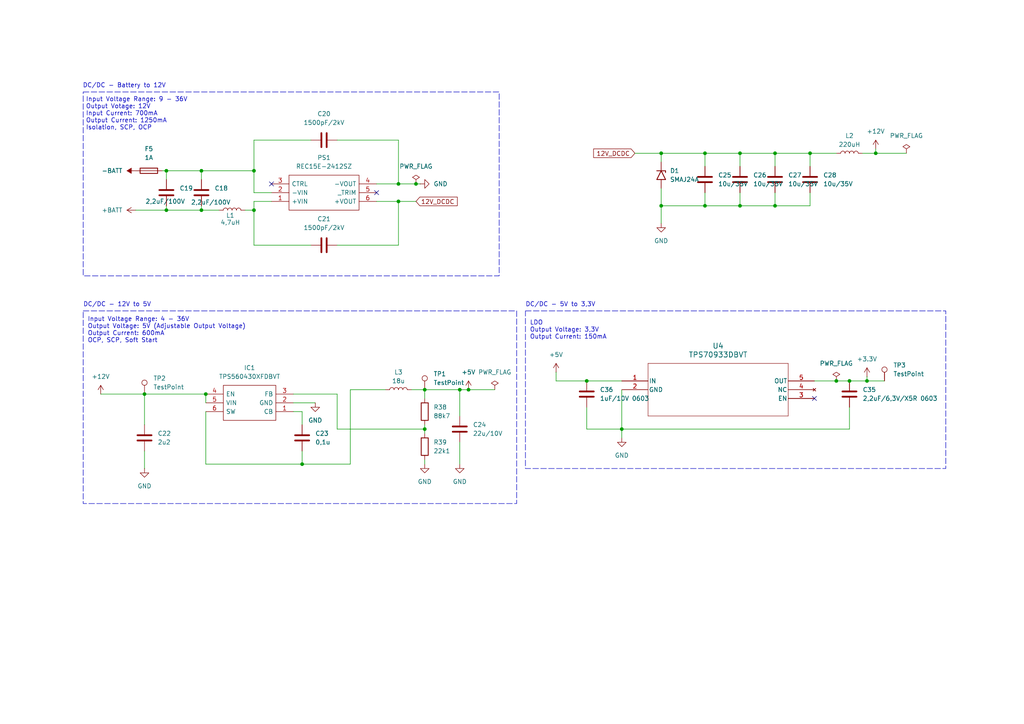
<source format=kicad_sch>
(kicad_sch (version 20250114) (generator "eeschema") (generator_version "9.0")
  (paper "A4")
  (lib_symbols
    (symbol "+3.3V_1" (power) (pin_numbers (hide yes)) (pin_names (offset 0) (hide yes))
      (property "Value" "+3.3V" (at 0 3.556 0))
      (symbol "+3.3V_1_0_1"
        (polyline (pts (xy -0.762 1.27) (xy 0 2.54)))
        (polyline (pts (xy 0 2.54) (xy 0.762 1.27)))
        (polyline (pts (xy 0 0) (xy 0 2.54)))
      )
      (symbol "+3.3V_1_1_1"
        (pin power_in line (at 0 0 90) (length 0) (name "~") (number "1"))
      )
    )
    (symbol "+5V_1" (power) (pin_numbers (hide yes)) (pin_names (offset 0) (hide yes))
      (property "Value" "+5V" (at 0 3.556 0))
      (symbol "+5V_1_0_1"
        (polyline (pts (xy -0.762 1.27) (xy 0 2.54)))
        (polyline (pts (xy 0 2.54) (xy 0.762 1.27)))
        (polyline (pts (xy 0 0) (xy 0 2.54)))
      )
      (symbol "+5V_1_1_1"
        (pin power_in line (at 0 0 90) (length 0) (name "~") (number "1"))
      )
    )
    (symbol "Connector:TestPoint" (pin_numbers (hide yes)) (pin_names (offset 0.762) (hide yes))
      (property "Reference" "TP" (at 0 6.858 0))
      (property "Value" "TestPoint" (at 0 5.08 0))
      (symbol "TestPoint_0_1"
        (circle (center 0 3.302) (radius 0.762))
      )
      (symbol "TestPoint_1_1"
        (pin passive line (at 0 0 90) (length 2.54) (name "1") (number "1"))
      )
    )
    (symbol "Device:C" (pin_numbers (hide yes)) (pin_names (offset 0.254))
      (property "Reference" "C" (at 0.635 2.54 0))
      (property "Value" "C" (at 0.635 -2.54 0))
      (symbol "C_0_1"
        (polyline (pts (xy -2.032 0.762) (xy 2.032 0.762)) (stroke (width 0.508)))
        (polyline (pts (xy -2.032 -0.762) (xy 2.032 -0.762)) (stroke (width 0.508)))
      )
      (symbol "C_1_1"
        (pin passive line (at 0 3.81 270) (length 2.794) (name "~") (number "1"))
        (pin passive line (at 0 -3.81 90) (length 2.794) (name "~") (number "2"))
      )
    )
    (symbol "Device:Fuse" (pin_numbers (hide yes)) (pin_names (offset 0))
      (property "Reference" "F" (at 2.032 0 90))
      (property "Value" "Fuse" (at -1.905 0 90))
      (symbol "Fuse_0_1"
        (rectangle (start -0.762 -2.54) (end 0.762 2.54) (stroke (width 0.254)))
        (polyline (pts (xy 0 2.54) (xy 0 -2.54)))
      )
      (symbol "Fuse_1_1"
        (pin passive line (at 0 3.81 270) (length 1.27) (name "~") (number "1"))
        (pin passive line (at 0 -3.81 90) (length 1.27) (name "~") (number "2"))
      )
    )
    (symbol "Device:L" (pin_numbers (hide yes)) (pin_names (offset 1.016) (hide yes))
      (property "Reference" "L" (at -1.27 0 90))
      (property "Value" "L" (at 1.905 0 90))
      (symbol "L_0_1"
        (arc (start 0 2.54) (mid 0.6323 1.905) (end 0 1.27))
        (arc (start 0 1.27) (mid 0.6323 0.635) (end 0 0))
        (arc (start 0 0) (mid 0.6323 -0.635) (end 0 -1.27))
        (arc (start 0 -1.27) (mid 0.6323 -1.905) (end 0 -2.54))
      )
      (symbol "L_1_1"
        (pin passive line (at 0 3.81 270) (length 1.27) (name "1") (number "1"))
        (pin passive line (at 0 -3.81 90) (length 1.27) (name "2") (number "2"))
      )
    )
    (symbol "Device:R" (pin_numbers (hide yes)) (pin_names (offset 0))
      (property "Reference" "R" (at 2.032 0 90))
      (property "Value" "R" (at 0 0 90))
      (symbol "R_0_1"
        (rectangle (start -1.016 -2.54) (end 1.016 2.54) (stroke (width 0.254)))
      )
      (symbol "R_1_1"
        (pin passive line (at 0 3.81 270) (length 1.27) (name "~") (number "1"))
        (pin passive line (at 0 -3.81 90) (length 1.27) (name "~") (number "2"))
      )
    )
    (symbol "Diode:SMAJ24A" (pin_numbers (hide yes)) (pin_names (offset 1.016) (hide yes))
      (property "Reference" "D" (at 0 2.54 0))
      (property "Value" "SMAJ24A" (at 0 -2.54 0))
      (symbol "SMAJ24A_0_1"
        (polyline (pts (xy -0.762 1.27) (xy -1.27 1.27) (xy -1.27 -1.27)) (stroke (width 0.254)))
        (polyline (pts (xy 1.27 1.27) (xy 1.27 -1.27) (xy -1.27 0) (xy 1.27 1.27)) (stroke (width 0.254)))
      )
      (symbol "SMAJ24A_1_1"
        (pin passive line (at -3.81 0 0) (length 2.54) (name "A1") (number "1"))
        (pin passive line (at 3.81 0 180) (length 2.54) (name "A2") (number "2"))
      )
    )
    (symbol "REC15E-2412SZ:REC15E-2412SZ" (pin_names (offset 0.762))
      (property "Reference" "PS" (at 26.67 7.62 0))
      (property "Value" "REC15E-2412SZ" (at 26.67 5.08 0))
      (symbol "REC15E-2412SZ_0_0"
        (pin passive line (at 0 0 0) (length 5.08) (name "CTRL") (number "3"))
        (pin passive line (at 0 -2.54 0) (length 5.08) (name "-VIN") (number "2"))
        (pin passive line (at 0 -5.08 0) (length 5.08) (name "+VIN") (number "1"))
        (pin passive line (at 30.48 0 180) (length 5.08) (name "-VOUT") (number "4"))
        (pin passive line (at 30.48 -2.54 180) (length 5.08) (name "_TRIM") (number "5"))
        (pin passive line (at 30.48 -5.08 180) (length 5.08) (name "+VOUT") (number "6"))
      )
      (symbol "REC15E-2412SZ_0_1"
        (polyline (pts (xy 5.08 2.54) (xy 25.4 2.54) (xy 25.4 -7.62) (xy 5.08 -7.62) (xy 5.08 2.54)) (stroke (width 0.1524)))
      )
    )
    (symbol "TPS560430XFDBVT:TPS560430XFDBVT" (pin_names (offset 0.762))
      (property "Reference" "IC" (at 21.59 7.62 0))
      (property "Value" "TPS560430XFDBVT" (at 21.59 5.08 0))
      (symbol "TPS560430XFDBVT_0_0"
        (pin passive line (at 0 0 0) (length 5.08) (name "CB") (number "1"))
        (pin passive line (at 0 -2.54 0) (length 5.08) (name "GND") (number "2"))
        (pin passive line (at 0 -5.08 0) (length 5.08) (name "FB") (number "3"))
        (pin passive line (at 25.4 0 180) (length 5.08) (name "SW") (number "6"))
        (pin passive line (at 25.4 -2.54 180) (length 5.08) (name "VIN") (number "5"))
        (pin passive line (at 25.4 -5.08 180) (length 5.08) (name "EN") (number "4"))
      )
      (symbol "TPS560430XFDBVT_0_1"
        (polyline (pts (xy 5.08 2.54) (xy 20.32 2.54) (xy 20.32 -7.62) (xy 5.08 -7.62) (xy 5.08 2.54)) (stroke (width 0.1524)))
      )
    )
    (symbol "TPS70933DBVT:TPS70933DBVT" (pin_names (offset 0.254))
      (property "Reference" "U4" (at 27.94 10.16 0))
      (property "Value" "TPS70933DBVT" (at 27.94 7.62 0))
      (symbol "TPS70933DBVT_0_1"
        (polyline (pts (xy 7.62 5.08) (xy 7.62 -10.16)) (stroke (width 0.127)))
        (polyline (pts (xy 7.62 -10.16) (xy 48.26 -10.16)) (stroke (width 0.127)))
        (polyline (pts (xy 48.26 5.08) (xy 7.62 5.08)) (stroke (width 0.127)))
        (polyline (pts (xy 48.26 -10.16) (xy 48.26 5.08)) (stroke (width 0.127)))
        (pin input line (at 0 0 0) (length 7.62) (name "IN") (number "1"))
        (pin power_in line (at 0 -2.54 0) (length 7.62) (name "GND") (number "2"))
        (pin input line (at 55.88 0 180) (length 7.62) (name "OUT") (number "5"))
        (pin no_connect line (at 55.88 -2.54 180) (length 7.62) (name "NC") (number "4"))
        (pin unspecified line (at 55.88 -5.08 180) (length 7.62) (name "EN") (number "3"))
      )
    )
    (symbol "power:+12V" (power) (pin_numbers (hide yes)) (pin_names (offset 0) (hide yes))
      (property "Value" "+12V" (at 0 3.556 0))
      (symbol "+12V_0_1"
        (polyline (pts (xy -0.762 1.27) (xy 0 2.54)))
        (polyline (pts (xy 0 2.54) (xy 0.762 1.27)))
        (polyline (pts (xy 0 0) (xy 0 2.54)))
      )
      (symbol "+12V_1_1"
        (pin power_in line (at 0 0 90) (length 0) (name "~") (number "1"))
      )
    )
    (symbol "power:+5V" (power) (pin_numbers (hide yes)) (pin_names (offset 0) (hide yes))
      (property "Value" "+5V" (at 0 3.556 0))
      (symbol "+5V_0_1"
        (polyline (pts (xy -0.762 1.27) (xy 0 2.54)))
        (polyline (pts (xy 0 2.54) (xy 0.762 1.27)))
        (polyline (pts (xy 0 0) (xy 0 2.54)))
      )
      (symbol "+5V_1_1"
        (pin power_in line (at 0 0 90) (length 0) (name "~") (number "1"))
      )
    )
    (symbol "power:+BATT" (power) (pin_numbers (hide yes)) (pin_names (offset 0) (hide yes))
      (property "Value" "+BATT" (at 0 3.556 0))
      (symbol "+BATT_0_1"
        (polyline (pts (xy -0.762 1.27) (xy 0 2.54)))
        (polyline (pts (xy 0 2.54) (xy 0.762 1.27)))
        (polyline (pts (xy 0 0) (xy 0 2.54)))
      )
      (symbol "+BATT_1_1"
        (pin power_in line (at 0 0 90) (length 0) (name "~") (number "1"))
      )
    )
    (symbol "power:-BATT" (power) (pin_numbers (hide yes)) (pin_names (offset 0) (hide yes))
      (property "Value" "-BATT" (at 0 3.556 0))
      (symbol "-BATT_0_1"
        (polyline (pts (xy 0 0) (xy 0 2.54)))
        (polyline (pts (xy 0.762 1.27) (xy -0.762 1.27) (xy 0 2.54) (xy 0.762 1.27)) (fill (type outline)))
      )
      (symbol "-BATT_1_1"
        (pin power_in line (at 0 0 90) (length 0) (name "~") (number "1"))
      )
    )
    (symbol "power:GND" (power) (pin_numbers (hide yes)) (pin_names (offset 0) (hide yes))
      (property "Value" "GND" (at 0 -3.81 0))
      (symbol "GND_0_1"
        (polyline (pts (xy 0 0) (xy 0 -1.27) (xy 1.27 -1.27) (xy 0 -2.54) (xy -1.27 -1.27) (xy 0 -1.27)))
      )
      (symbol "GND_1_1"
        (pin power_in line (at 0 0 270) (length 0) (name "~") (number "1"))
      )
    )
    (symbol "power:PWR_FLAG" (power) (pin_numbers (hide yes)) (pin_names (offset 0) (hide yes))
      (property "Value" "PWR_FLAG" (at 0 3.81 0))
      (symbol "PWR_FLAG_0_0"
        (pin power_out line (at 0 0 90) (length 0) (name "~") (number "1"))
      )
      (symbol "PWR_FLAG_0_1"
        (polyline (pts (xy 0 0) (xy 0 1.27) (xy -1.016 1.905) (xy 0 2.54) (xy 1.016 1.905) (xy 0 1.27)))
      )
    )
  )
  (text "Input Voltage Range: 4 - 36V\nOutput Voltage: 5V (Adjustable Output Voltage)\nOutput Current: 600mA\nOCP, SCP, Soft Start" (at 25.4 95.758 0) (effects (font (size 1.27 1.27)) (justify left)))
  (text "DC/DC - Battery to 12V" (at 36.068 24.892 0) (effects (font (size 1.27 1.27))))
  (text "DC/DC - 12V to 5V\n" (at 24.13 88.392 0) (effects (font (size 1.27 1.27)) (justify left)))
  (text "LDO\nOutput Voltage: 3,3V\nOutput Current: 150mA\n" (at 153.67 95.758 0) (effects (font (size 1.27 1.27)) (justify left)))
  (text "Input Voltage Range: 9 - 36V\nOutput Votage: 12V\nInput Current: 700mA\nOutput Current: 1250mA\nIsolation, SCP, OCP\n" (at 24.892 33.02 0) (effects (font (size 1.27 1.27)) (justify left)))
  (text "DC/DC - 5V to 3,3V\n" (at 152.4 88.392 0) (effects (font (size 1.27 1.27)) (justify left)))
  (text_box "" (at 24.13 90.17 0) (size 125.73 55.88) (margins 0.9525 0.9525 0.9525 0.9525) (stroke (width 0) (type dash)) (effects (font (size 1.27 1.27)) (justify left top)))
  (text_box "" (at 152.4 90.17 0) (size 121.92 45.72) (margins 0.9525 0.9525 0.9525 0.9525) (stroke (width 0) (type dash)) (effects (font (size 1.27 1.27)) (justify left top)))
  (text_box "\n" (at 24.13 26.67 0) (size 120.65 53.34) (margins 0.9525 0.9525 0.9525 0.9525) (stroke (width 0) (type dash)) (effects (font (size 1.27 1.27)) (justify left top)))
  (junction (at 214.63 44.45))
  (junction (at 115.57 53.34))
  (junction (at 73.66 60.96))
  (junction (at 251.46 110.49))
  (junction (at 180.34 124.46))
  (junction (at 133.35 113.03))
  (junction (at 123.19 113.03))
  (junction (at 170.18 110.49))
  (junction (at 191.77 44.45))
  (junction (at 73.66 49.53))
  (junction (at 191.77 59.69))
  (junction (at 115.57 58.42))
  (junction (at 242.57 110.49))
  (junction (at 48.26 60.96))
  (junction (at 224.79 44.45))
  (junction (at 204.47 59.69))
  (junction (at 214.63 59.69))
  (junction (at 123.19 124.46))
  (junction (at 204.47 44.45))
  (junction (at 58.42 60.96))
  (junction (at 87.63 134.62))
  (junction (at 58.42 49.53))
  (junction (at 48.26 49.53))
  (junction (at 254 44.45))
  (junction (at 41.91 114.3))
  (junction (at 120.65 53.34))
  (junction (at 246.38 110.49))
  (junction (at 234.95 44.45))
  (junction (at 135.89 113.03))
  (junction (at 224.79 59.69))
  (junction (at 59.69 114.3))
  (no_connect (at 236.22 115.57))
  (no_connect (at 109.22 55.88))
  (no_connect (at 78.74 53.34))
  (wire (pts (xy 214.63 44.45) (xy 224.79 44.45)))
  (wire (pts (xy 170.18 124.46) (xy 180.34 124.46)))
  (wire (pts (xy 48.26 49.53) (xy 48.26 52.07)))
  (wire (pts (xy 59.69 134.62) (xy 87.63 134.62)))
  (wire (pts (xy 214.63 55.88) (xy 214.63 59.69)))
  (wire (pts (xy 97.79 124.46) (xy 123.19 124.46)))
  (wire (pts (xy 97.79 114.3) (xy 97.79 124.46)))
  (wire (pts (xy 161.29 110.49) (xy 170.18 110.49)))
  (wire (pts (xy 224.79 44.45) (xy 224.79 48.26)))
  (wire (pts (xy 29.21 114.3) (xy 41.91 114.3)))
  (wire (pts (xy 115.57 58.42) (xy 120.65 58.42)))
  (wire (pts (xy 251.46 109.22) (xy 251.46 110.49)))
  (wire (pts (xy 191.77 59.69) (xy 204.47 59.69)))
  (wire (pts (xy 234.95 44.45) (xy 242.57 44.45)))
  (wire (pts (xy 161.29 107.95) (xy 161.29 110.49)))
  (wire (pts (xy 133.35 128.27) (xy 133.35 134.62)))
  (wire (pts (xy 119.38 113.03) (xy 123.19 113.03)))
  (wire (pts (xy 48.26 59.69) (xy 48.26 60.96)))
  (wire (pts (xy 246.38 110.49) (xy 251.46 110.49)))
  (wire (pts (xy 254 43.18) (xy 254 44.45)))
  (wire (pts (xy 234.95 55.88) (xy 234.95 59.69)))
  (wire (pts (xy 204.47 44.45) (xy 204.47 48.26)))
  (wire (pts (xy 115.57 53.34) (xy 120.65 53.34)))
  (wire (pts (xy 109.22 58.42) (xy 115.57 58.42)))
  (wire (pts (xy 170.18 118.11) (xy 170.18 124.46)))
  (wire (pts (xy 85.09 114.3) (xy 97.79 114.3)))
  (wire (pts (xy 123.19 123.19) (xy 123.19 124.46)))
  (wire (pts (xy 41.91 130.81) (xy 41.91 135.89)))
  (wire (pts (xy 180.34 124.46) (xy 246.38 124.46)))
  (wire (pts (xy 234.95 44.45) (xy 234.95 48.26)))
  (wire (pts (xy 133.35 113.03) (xy 133.35 120.65)))
  (wire (pts (xy 204.47 44.45) (xy 214.63 44.45)))
  (wire (pts (xy 224.79 59.69) (xy 234.95 59.69)))
  (wire (pts (xy 73.66 71.12) (xy 73.66 60.96)))
  (wire (pts (xy 115.57 40.64) (xy 115.57 53.34)))
  (wire (pts (xy 73.66 40.64) (xy 90.17 40.64)))
  (wire (pts (xy 58.42 60.96) (xy 63.5 60.96)))
  (wire (pts (xy 73.66 49.53) (xy 73.66 40.64)))
  (wire (pts (xy 97.79 40.64) (xy 115.57 40.64)))
  (wire (pts (xy 71.12 60.96) (xy 73.66 60.96)))
  (wire (pts (xy 78.74 58.42) (xy 73.66 58.42)))
  (wire (pts (xy 87.63 130.81) (xy 87.63 134.62)))
  (wire (pts (xy 115.57 58.42) (xy 115.57 71.12)))
  (wire (pts (xy 48.26 49.53) (xy 58.42 49.53)))
  (wire (pts (xy 191.77 44.45) (xy 204.47 44.45)))
  (wire (pts (xy 246.38 124.46) (xy 246.38 118.11)))
  (wire (pts (xy 204.47 55.88) (xy 204.47 59.69)))
  (wire (pts (xy 46.99 49.53) (xy 48.26 49.53)))
  (wire (pts (xy 214.63 44.45) (xy 214.63 48.26)))
  (wire (pts (xy 73.66 58.42) (xy 73.66 60.96)))
  (wire (pts (xy 180.34 124.46) (xy 180.34 127)))
  (wire (pts (xy 123.19 133.35) (xy 123.19 134.62)))
  (wire (pts (xy 191.77 59.69) (xy 191.77 64.77)))
  (wire (pts (xy 87.63 123.19) (xy 87.63 119.38)))
  (wire (pts (xy 59.69 114.3) (xy 59.69 116.84)))
  (wire (pts (xy 191.77 54.61) (xy 191.77 59.69)))
  (wire (pts (xy 251.46 110.49) (xy 256.54 110.49)))
  (wire (pts (xy 180.34 113.03) (xy 180.34 124.46)))
  (wire (pts (xy 120.65 53.34) (xy 121.92 53.34)))
  (wire (pts (xy 254 44.45) (xy 262.89 44.45)))
  (wire (pts (xy 184.15 44.45) (xy 191.77 44.45)))
  (wire (pts (xy 87.63 134.62) (xy 101.6 134.62)))
  (wire (pts (xy 250.19 44.45) (xy 254 44.45)))
  (wire (pts (xy 224.79 55.88) (xy 224.79 59.69)))
  (wire (pts (xy 39.37 60.96) (xy 48.26 60.96)))
  (wire (pts (xy 41.91 114.3) (xy 59.69 114.3)))
  (wire (pts (xy 191.77 44.45) (xy 191.77 46.99)))
  (wire (pts (xy 135.89 113.03) (xy 143.51 113.03)))
  (wire (pts (xy 101.6 113.03) (xy 111.76 113.03)))
  (wire (pts (xy 204.47 59.69) (xy 214.63 59.69)))
  (wire (pts (xy 236.22 110.49) (xy 242.57 110.49)))
  (wire (pts (xy 58.42 49.53) (xy 73.66 49.53)))
  (wire (pts (xy 85.09 116.84) (xy 91.44 116.84)))
  (wire (pts (xy 87.63 119.38) (xy 85.09 119.38)))
  (wire (pts (xy 133.35 113.03) (xy 135.89 113.03)))
  (wire (pts (xy 58.42 49.53) (xy 58.42 52.07)))
  (wire (pts (xy 73.66 55.88) (xy 78.74 55.88)))
  (wire (pts (xy 90.17 71.12) (xy 73.66 71.12)))
  (wire (pts (xy 115.57 53.34) (xy 109.22 53.34)))
  (wire (pts (xy 58.42 59.69) (xy 58.42 60.96)))
  (wire (pts (xy 48.26 60.96) (xy 58.42 60.96)))
  (wire (pts (xy 101.6 134.62) (xy 101.6 113.03)))
  (wire (pts (xy 59.69 119.38) (xy 59.69 134.62)))
  (wire (pts (xy 123.19 124.46) (xy 123.19 125.73)))
  (wire (pts (xy 224.79 44.45) (xy 234.95 44.45)))
  (wire (pts (xy 123.19 113.03) (xy 133.35 113.03)))
  (wire (pts (xy 73.66 49.53) (xy 73.66 55.88)))
  (wire (pts (xy 41.91 114.3) (xy 41.91 123.19)))
  (wire (pts (xy 242.57 110.49) (xy 246.38 110.49)))
  (wire (pts (xy 115.57 71.12) (xy 97.79 71.12)))
  (wire (pts (xy 214.63 59.69) (xy 224.79 59.69)))
  (wire (pts (xy 170.18 110.49) (xy 180.34 110.49)))
  (wire (pts (xy 123.19 113.03) (xy 123.19 115.57)))
  (global_label "12V_DCDC" (shape input) (at 184.15 44.45 180) (property "Intersheetrefs" "${INTERSHEET_REFS}" (effects (hide yes))))
  (global_label "12V_DCDC" (shape input) (at 120.65 58.42 0) (property "Intersheetrefs" "${INTERSHEET_REFS}" (effects (hide yes))))
  (symbol (lib_id "power:+BATT") (at 39.37 60.96 90) (unit 1)
    (property "Reference" "#PWR033" (effects (hide yes)))
    (property "Value" "+BATT" (at 35.56 60.9599 90) (effects (justify left)))
    (property "Description" "Power symbol creates a global label with name \"+BATT\"" (effects (hide yes)))
  )
  (symbol (lib_id "power:PWR_FLAG") (at 242.57 110.49 0) (unit 1)
    (property "Reference" "#FLG014" (effects (hide yes)))
    (property "Value" "PWR_FLAG" (at 242.57 105.41 0))
    (property "Description" "Special symbol for telling ERC where power comes from" (effects (hide yes)))
  )
  (symbol (lib_name "+5V_1") (lib_id "power:+5V") (at 161.29 107.95 0) (unit 1)
    (property "Reference" "#PWR0136" (effects (hide yes)))
    (property "Value" "+5V" (at 161.29 102.87 0))
    (property "Description" "Power symbol creates a global label with name \"+5V\"" (effects (hide yes)))
  )
  (symbol (lib_id "Device:C") (at 48.26 55.88 0) (unit 1)
    (property "Reference" "C19" (at 52.07 54.6099 0) (effects (justify left)))
    (property "Value" "2,2uF/100V" (at 42.164 58.42 0) (effects (justify left)))
    (property "Footprint" "Capacitor_SMD:C_0805_2012Metric_Pad1.18x1.45mm_HandSolder" (effects (hide yes)))
    (property "Description" "Unpolarized capacitor" (effects (hide yes)))
  )
  (symbol (lib_id "Connector:TestPoint") (at 41.91 114.3 0) (unit 1)
    (property "Reference" "TP2" (at 44.45 109.7279 0) (effects (justify left)))
    (property "Value" "TestPoint" (at 44.45 112.2679 0) (effects (justify left)))
    (property "Footprint" "TestPoint:TestPoint_Pad_D1.0mm" (effects (hide yes)))
    (property "Description" "test point" (effects (hide yes)))
  )
  (symbol (lib_id "power:GND") (at 41.91 135.89 0) (unit 1)
    (property "Reference" "#PWR048" (effects (hide yes)))
    (property "Value" "GND" (at 41.91 140.97 0))
    (property "Description" "Power symbol creates a global label with name \"GND\" , ground" (effects (hide yes)))
  )
  (symbol (lib_id "power:GND") (at 191.77 64.77 0) (unit 1)
    (property "Reference" "#PWR058" (effects (hide yes)))
    (property "Value" "GND" (at 191.77 69.85 0))
    (property "Description" "Power symbol creates a global label with name \"GND\" , ground" (effects (hide yes)))
  )
  (symbol (lib_id "Device:L") (at 115.57 113.03 90) (unit 1)
    (property "Reference" "L3" (at 115.57 107.95 90))
    (property "Value" "18u" (at 115.57 110.49 90))
    (property "Footprint" "Inductor_SMD:L_Bourns_SDR0604" (effects (hide yes)))
    (property "Description" "Inductor" (effects (hide yes)))
  )
  (symbol (lib_id "Connector:TestPoint") (at 256.54 110.49 0) (unit 1)
    (property "Reference" "TP3" (at 259.08 105.9179 0) (effects (justify left)))
    (property "Value" "TestPoint" (at 259.08 108.4579 0) (effects (justify left)))
    (property "Footprint" "TestPoint:TestPoint_Pad_D1.0mm" (effects (hide yes)))
    (property "Description" "test point" (effects (hide yes)))
  )
  (symbol (lib_id "Device:C") (at 87.63 127 0) (unit 1)
    (property "Reference" "C23" (at 91.44 125.7299 0) (effects (justify left)))
    (property "Value" "0,1u" (at 91.44 128.2699 0) (effects (justify left)))
    (property "Footprint" "Capacitor_SMD:C_0603_1608Metric_Pad1.08x0.95mm_HandSolder" (effects (hide yes)))
    (property "Description" "Unpolarized capacitor" (effects (hide yes)))
  )
  (symbol (lib_id "power:GND") (at 91.44 116.84 0) (unit 1)
    (property "Reference" "#PWR060" (effects (hide yes)))
    (property "Value" "GND" (at 91.44 121.92 0))
    (property "Description" "Power symbol creates a global label with name \"GND\" , ground" (effects (hide yes)))
  )
  (symbol (lib_id "power:PWR_FLAG") (at 262.89 44.45 0) (unit 1)
    (property "Reference" "#FLG02" (effects (hide yes)))
    (property "Value" "PWR_FLAG" (at 262.89 39.37 0))
    (property "Description" "Special symbol for telling ERC where power comes from" (effects (hide yes)))
  )
  (symbol (lib_id "power:PWR_FLAG") (at 143.51 113.03 0) (unit 1)
    (property "Reference" "#FLG01" (effects (hide yes)))
    (property "Value" "PWR_FLAG" (at 143.51 107.95 0))
    (property "Description" "Special symbol for telling ERC where power comes from" (effects (hide yes)))
  )
  (symbol (lib_id "Device:C") (at 133.35 124.46 0) (unit 1)
    (property "Reference" "C24" (at 137.16 123.1899 0) (effects (justify left)))
    (property "Value" "22u/10V" (at 137.16 125.7299 0) (effects (justify left)))
    (property "Footprint" "Capacitor_SMD:C_0603_1608Metric_Pad1.08x0.95mm_HandSolder" (effects (hide yes)))
    (property "Description" "Unpolarized capacitor" (effects (hide yes)))
  )
  (symbol (lib_id "power:GND") (at 180.34 127 0) (unit 1)
    (property "Reference" "#PWR0137" (effects (hide yes)))
    (property "Value" "GND" (at 180.34 132.08 0))
    (property "Description" "Power symbol creates a global label with name \"GND\" , ground" (effects (hide yes)))
  )
  (symbol (lib_id "Device:C") (at 93.98 71.12 90) (unit 1)
    (property "Reference" "C21" (at 93.98 63.5 90))
    (property "Value" "1500pF/2kV" (at 93.98 66.04 90))
    (property "Footprint" "Capacitor_SMD:C_1206_3216Metric_Pad1.33x1.80mm_HandSolder" (effects (hide yes)))
    (property "Description" "Unpolarized capacitor" (effects (hide yes)))
  )
  (symbol (lib_id "Device:C") (at 58.42 55.88 0) (unit 1)
    (property "Reference" "C18" (at 62.23 54.6099 0) (effects (justify left)))
    (property "Value" "2,2uF/100V" (at 55.372 58.674 0) (effects (justify left)))
    (property "Footprint" "Capacitor_SMD:C_0805_2012Metric_Pad1.18x1.45mm_HandSolder" (effects (hide yes)))
    (property "Description" "Unpolarized capacitor" (effects (hide yes)))
  )
  (symbol (lib_id "Device:C") (at 234.95 52.07 0) (unit 1)
    (property "Reference" "C28" (at 238.76 50.7999 0) (effects (justify left)))
    (property "Value" "10u/35V" (at 238.76 53.3399 0) (effects (justify left)))
    (property "Footprint" "Capacitor_SMD:C_0603_1608Metric_Pad1.08x0.95mm_HandSolder" (effects (hide yes)))
    (property "Description" "Unpolarized capacitor" (effects (hide yes)))
  )
  (symbol (lib_id "TPS560430XFDBVT:TPS560430XFDBVT") (at 85.09 119.38 180) (unit 1)
    (property "Reference" "IC1" (at 72.39 106.68 0))
    (property "Value" "TPS560430XFDBVT" (at 72.39 109.22 0))
    (property "Footprint" "Package_TO_SOT_SMD:SOT-23-6_Handsoldering" (effects (hide yes)))
    (property "Datasheet" "http://www.ti.com/lit/gpn/tps560430" (effects (hide yes)))
    (property "Description" "SIMPLE SWITCHER 36-V, 600-mA Buck Regulator With High-Efficiency Sleep Mode" (effects (hide yes)))
    (property "Description_1" "SIMPLE SWITCHER 36-V, 600-mA Buck Regulator With High-Efficiency Sleep Mode" (effects (hide yes)))
    (property "Height" "1.45" (effects (hide yes)))
    (property "Mouser Part Number" "595-TPS560430XFDBVT" (effects (hide yes)))
    (property "Mouser Price/Stock" "https://www.mouser.co.uk/ProductDetail/Texas-Instruments/TPS560430XFDBVT?qs=y6ZabgHbY%252ByMeZF67fh2Bg%3D%3D" (effects (hide yes)))
    (property "Manufacturer_Name" "Texas Instruments" (effects (hide yes)))
    (property "Manufacturer_Part_Number" "TPS560430XFDBVT" (effects (hide yes)))
  )
  (symbol (lib_id "Device:L") (at 246.38 44.45 90) (unit 1)
    (property "Reference" "L2" (at 246.38 39.37 90))
    (property "Value" "220uH" (at 246.38 41.91 90))
    (property "Footprint" "Inductor_SMD:L_Wuerth_WE-PD2-Typ-L" (effects (hide yes)))
    (property "Description" "Inductor" (effects (hide yes)))
  )
  (symbol (lib_id "Connector:TestPoint") (at 123.19 113.03 0) (unit 1)
    (property "Reference" "TP1" (at 125.73 108.4579 0) (effects (justify left)))
    (property "Value" "TestPoint" (at 125.73 110.9979 0) (effects (justify left)))
    (property "Footprint" "TestPoint:TestPoint_Pad_D1.0mm" (effects (hide yes)))
    (property "Description" "test point" (effects (hide yes)))
  )
  (symbol (lib_id "Device:C") (at 214.63 52.07 0) (unit 1)
    (property "Reference" "C26" (at 218.44 50.7999 0) (effects (justify left)))
    (property "Value" "10u/35V" (at 218.44 53.3399 0) (effects (justify left)))
    (property "Footprint" "Capacitor_SMD:C_0603_1608Metric_Pad1.08x0.95mm_HandSolder" (effects (hide yes)))
    (property "Description" "Unpolarized capacitor" (effects (hide yes)))
  )
  (symbol (lib_id "power:GND") (at 123.19 134.62 0) (unit 1)
    (property "Reference" "#PWR049" (effects (hide yes)))
    (property "Value" "GND" (at 123.19 139.7 0))
    (property "Description" "Power symbol creates a global label with name \"GND\" , ground" (effects (hide yes)))
  )
  (symbol (lib_id "Device:C") (at 224.79 52.07 0) (unit 1)
    (property "Reference" "C27" (at 228.6 50.7999 0) (effects (justify left)))
    (property "Value" "10u/35V" (at 228.6 53.3399 0) (effects (justify left)))
    (property "Footprint" "Capacitor_SMD:C_0603_1608Metric_Pad1.08x0.95mm_HandSolder" (effects (hide yes)))
    (property "Description" "Unpolarized capacitor" (effects (hide yes)))
  )
  (symbol (lib_id "Diode:SMAJ24A") (at 191.77 50.8 270) (unit 1)
    (property "Reference" "D1" (at 194.31 49.5299 90) (effects (justify left)))
    (property "Value" "SMAJ24A" (at 194.31 52.0699 90) (effects (justify left)))
    (property "Footprint" "Diode_SMD:D_SMA" (effects (hide yes)))
    (property "Datasheet" "https://www.littelfuse.com/media?resourcetype=datasheets&itemid=75e32973-b177-4ee3-a0ff-cedaf1abdb93&filename=smaj-datasheet" (effects (hide yes)))
    (property "Description" "400W unidirectional Transient Voltage Suppressor, 24.0Vr, SMA(DO-214AC)" (effects (hide yes)))
  )
  (symbol (lib_id "power:+12V") (at 29.21 114.3 0) (unit 1)
    (property "Reference" "#PWR047" (effects (hide yes)))
    (property "Value" "+12V" (at 29.21 109.22 0))
    (property "Description" "Power symbol creates a global label with name \"+12V\"" (effects (hide yes)))
  )
  (symbol (lib_id "Device:C") (at 41.91 127 0) (unit 1)
    (property "Reference" "C22" (at 45.72 125.7299 0) (effects (justify left)))
    (property "Value" "2u2" (at 45.72 128.2699 0) (effects (justify left)))
    (property "Footprint" "Capacitor_SMD:C_0603_1608Metric_Pad1.08x0.95mm_HandSolder" (effects (hide yes)))
    (property "Description" "Unpolarized capacitor" (effects (hide yes)))
  )
  (symbol (lib_id "Device:Fuse") (at 43.18 49.53 90) (unit 1)
    (property "Reference" "F5" (at 43.18 43.18 90))
    (property "Value" "1A" (at 43.18 45.72 90))
    (property "Footprint" "Fuse:Fuseholder_Littelfuse_Nano2_154x" (effects (hide yes)))
    (property "Description" "Fuse" (effects (hide yes)))
  )
  (symbol (lib_id "power:GND") (at 133.35 134.62 0) (unit 1)
    (property "Reference" "#PWR062" (effects (hide yes)))
    (property "Value" "GND" (at 133.35 139.7 0))
    (property "Description" "Power symbol creates a global label with name \"GND\" , ground" (effects (hide yes)))
  )
  (symbol (lib_name "+3.3V_1") (lib_id "power:+3.3V") (at 251.46 109.22 0) (unit 1)
    (property "Reference" "#PWR0135" (effects (hide yes)))
    (property "Value" "+3.3V" (at 251.46 104.14 0))
    (property "Description" "Power symbol creates a global label with name \"+3.3V\"" (effects (hide yes)))
  )
  (symbol (lib_id "REC15E-2412SZ:REC15E-2412SZ") (at 78.74 53.34 0) (unit 1)
    (property "Reference" "PS1" (at 93.98 45.72 0))
    (property "Value" "REC15E-2412SZ" (at 93.98 48.26 0))
    (property "Footprint" "REC15E:CONV_REC15E-2412SZ" (effects (hide yes)))
    (property "Datasheet" "https://g.recomcdn.com/media/Datasheet/pdf/.fX2aue-W/.tb5cc79728e7bdacded41/Datasheet-81/REC15E-Z.pdf" (effects (hide yes)))
    (property "Description" "Isolated Module DC DC Converter 1 Output 12V 1.25A 9V - 36V Input" (effects (hide yes)))
    (property "Description_1" "Isolated Module DC DC Converter 1 Output 12V 1.25A 9V - 36V Input" (effects (hide yes)))
    (property "Height" "10.5" (effects (hide yes)))
    (property "Mouser Part Number" "919-REC15E-2412SZ" (effects (hide yes)))
    (property "Mouser Price/Stock" "https://www.mouser.co.uk/ProductDetail/RECOM-Power/REC15E-2412SZ?qs=lc2O%252BfHJPVaB%252BhHbKF22Hg%3D%3D" (effects (hide yes)))
    (property "Manufacturer_Name" "RECOM Power" (effects (hide yes)))
    (property "Manufacturer_Part_Number" "REC15E-2412SZ" (effects (hide yes)))
  )
  (symbol (lib_id "power:+12V") (at 254 43.18 0) (unit 1)
    (property "Reference" "#PWR059" (effects (hide yes)))
    (property "Value" "+12V" (at 254 38.1 0))
    (property "Description" "Power symbol creates a global label with name \"+12V\"" (effects (hide yes)))
  )
  (symbol (lib_id "TPS70933DBVT:TPS70933DBVT") (at 180.34 110.49 0) (unit 1)
    (property "Reference" "U4" (at 208.28 100.33 0) (effects (font (size 1.524 1.524))))
    (property "Value" "TPS70933DBVT" (at 208.28 102.87 0) (effects (font (size 1.524 1.524))))
    (property "Footprint" "Package_TO_SOT_SMD:SOT-23-5_HandSoldering" (effects (hide yes)))
    (property "Datasheet" "TPS70933DBVT" (effects (hide yes)))
  )
  (symbol (lib_id "Device:C") (at 170.18 114.3 0) (unit 1)
    (property "Reference" "C36" (at 173.99 113.0299 0) (effects (justify left)))
    (property "Value" "1uF/10V 0603" (at 173.99 115.5699 0) (effects (justify left)))
    (property "Footprint" "Capacitor_SMD:C_0603_1608Metric_Pad1.08x0.95mm_HandSolder" (effects (hide yes)))
    (property "Description" "Unpolarized capacitor" (effects (hide yes)))
  )
  (symbol (lib_id "Device:C") (at 93.98 40.64 90) (unit 1)
    (property "Reference" "C20" (at 93.98 33.02 90))
    (property "Value" "1500pF/2kV" (at 93.98 35.56 90))
    (property "Footprint" "Capacitor_SMD:C_1206_3216Metric_Pad1.33x1.80mm_HandSolder" (effects (hide yes)))
    (property "Description" "Unpolarized capacitor" (effects (hide yes)))
  )
  (symbol (lib_id "power:GND") (at 121.92 53.34 90) (unit 1)
    (property "Reference" "#PWR057" (effects (hide yes)))
    (property "Value" "GND" (at 125.73 53.3399 90) (effects (justify right)))
    (property "Description" "Power symbol creates a global label with name \"GND\" , ground" (effects (hide yes)))
  )
  (symbol (lib_id "Device:C") (at 246.38 114.3 0) (unit 1)
    (property "Reference" "C35" (at 250.19 113.0299 0) (effects (justify left)))
    (property "Value" "2,2uF/6,3V/X5R 0603" (at 250.19 115.5699 0) (effects (justify left)))
    (property "Footprint" "Capacitor_SMD:C_0603_1608Metric_Pad1.08x0.95mm_HandSolder" (effects (hide yes)))
    (property "Description" "Unpolarized capacitor" (effects (hide yes)))
  )
  (symbol (lib_id "power:-BATT") (at 39.37 49.53 90) (unit 1)
    (property "Reference" "#PWR045" (effects (hide yes)))
    (property "Value" "-BATT" (at 35.56 49.5299 90) (effects (justify left)))
    (property "Description" "Power symbol creates a global label with name \"-BATT\"" (effects (hide yes)))
  )
  (symbol (lib_id "Device:R") (at 123.19 119.38 0) (unit 1)
    (property "Reference" "R38" (at 125.73 118.1099 0) (effects (justify left)))
    (property "Value" "88k7" (at 125.73 120.6499 0) (effects (justify left)))
    (property "Footprint" "Resistor_SMD:R_0603_1608Metric_Pad0.98x0.95mm_HandSolder" (effects (hide yes)))
    (property "Description" "Resistor" (effects (hide yes)))
  )
  (symbol (lib_id "Device:L") (at 67.31 60.96 90) (unit 1)
    (property "Reference" "L1" (at 66.802 62.484 90))
    (property "Value" "4,7uH" (at 66.802 64.516 90))
    (property "Footprint" "Inductor_SMD:L_Coilcraft_XxL4020" (effects (hide yes)))
    (property "Description" "Inductor" (effects (hide yes)))
  )
  (symbol (lib_id "Device:R") (at 123.19 129.54 0) (unit 1)
    (property "Reference" "R39" (at 125.73 128.2699 0) (effects (justify left)))
    (property "Value" "22k1" (at 125.73 130.8099 0) (effects (justify left)))
    (property "Footprint" "Resistor_SMD:R_0603_1608Metric_Pad0.98x0.95mm_HandSolder" (effects (hide yes)))
    (property "Description" "Resistor" (effects (hide yes)))
  )
  (symbol (lib_id "Device:C") (at 204.47 52.07 0) (unit 1)
    (property "Reference" "C25" (at 208.28 50.7999 0) (effects (justify left)))
    (property "Value" "10u/35V" (at 208.28 53.3399 0) (effects (justify left)))
    (property "Footprint" "Capacitor_SMD:C_0603_1608Metric_Pad1.08x0.95mm_HandSolder" (effects (hide yes)))
    (property "Description" "Unpolarized capacitor" (effects (hide yes)))
  )
  (symbol (lib_id "power:+5V") (at 135.89 113.03 0) (unit 1)
    (property "Reference" "#PWR061" (effects (hide yes)))
    (property "Value" "+5V" (at 135.89 107.95 0))
    (property "Description" "Power symbol creates a global label with name \"+5V\"" (effects (hide yes)))
  )
  (symbol (lib_id "power:PWR_FLAG") (at 120.65 53.34 0) (unit 1)
    (property "Reference" "#FLG09" (effects (hide yes)))
    (property "Value" "PWR_FLAG" (at 120.65 48.26 0))
    (property "Description" "Special symbol for telling ERC where power comes from" (effects (hide yes)))
  )
)
</source>
